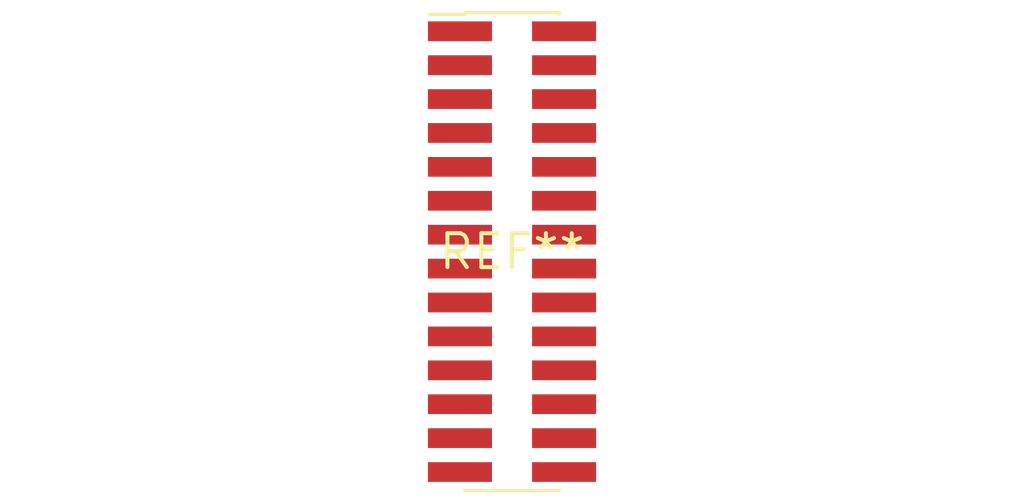
<source format=kicad_pcb>
(kicad_pcb (version 20240108) (generator pcbnew)
  (layers (0 "F.Cu" signal) (31 "B.Cu" signal) (34 "B.Paste" user) (35 "F.Paste" user) (36 "B.SilkS" user "B.Silkscreen") (37 "F.SilkS" user "F.Silkscreen") (38 "B.Mask" user) (39 "F.Mask" user) (44 "Edge.Cuts" user))
  (net 0 "")
  (footprint "PinHeader_2x14_P1.27mm_Vertical_SMD" (layer "F.Cu") (at 0 0)
    (property "Reference" "REF**")
    (property "Value" "PinHeader_2x14_P1.27mm_Vertical_SMD")
    (fp_line (start -3.09 -8.885) (end -1.765 -8.885) (layer "F.SilkS") (stroke (width 0.12)))
    (fp_line (start -1.765 -8.95) (end -1.765 -8.885) (layer "F.SilkS") (stroke (width 0.12)))
    (fp_line (start -1.765 -8.95) (end 1.765 -8.95) (layer "F.SilkS") (stroke (width 0.12)))
    (fp_line (start -1.765 8.885) (end -1.765 8.95) (layer "F.SilkS") (stroke (width 0.12)))
    (fp_line (start -1.765 8.95) (end 1.765 8.95) (layer "F.SilkS") (stroke (width 0.12)))
    (fp_line (start 1.765 -8.95) (end 1.765 -8.885) (layer "F.SilkS") (stroke (width 0.12)))
    (fp_line (start 1.765 8.885) (end 1.765 8.95) (layer "F.SilkS") (stroke (width 0.12)))
    (pad "1" smd rect (at -1.95 -8.255) (size 2.4 0.74) (layers "F.Cu" "F.Paste" "F.Mask"))
    (pad "2" smd rect (at 1.95 -8.255) (size 2.4 0.74) (layers "F.Cu" "F.Paste" "F.Mask"))
    (pad "3" smd rect (at -1.95 -6.985) (size 2.4 0.74) (layers "F.Cu" "F.Paste" "F.Mask"))
    (pad "4" smd rect (at 1.95 -6.985) (size 2.4 0.74) (layers "F.Cu" "F.Paste" "F.Mask"))
    (pad "5" smd rect (at -1.95 -5.715) (size 2.4 0.74) (layers "F.Cu" "F.Paste" "F.Mask"))
    (pad "6" smd rect (at 1.95 -5.715) (size 2.4 0.74) (layers "F.Cu" "F.Paste" "F.Mask"))
    (pad "7" smd rect (at -1.95 -4.445) (size 2.4 0.74) (layers "F.Cu" "F.Paste" "F.Mask"))
    (pad "8" smd rect (at 1.95 -4.445) (size 2.4 0.74) (layers "F.Cu" "F.Paste" "F.Mask"))
    (pad "9" smd rect (at -1.95 -3.175) (size 2.4 0.74) (layers "F.Cu" "F.Paste" "F.Mask"))
    (pad "10" smd rect (at 1.95 -3.175) (size 2.4 0.74) (layers "F.Cu" "F.Paste" "F.Mask"))
    (pad "11" smd rect (at -1.95 -1.905) (size 2.4 0.74) (layers "F.Cu" "F.Paste" "F.Mask"))
    (pad "12" smd rect (at 1.95 -1.905) (size 2.4 0.74) (layers "F.Cu" "F.Paste" "F.Mask"))
    (pad "13" smd rect (at -1.95 -0.635) (size 2.4 0.74) (layers "F.Cu" "F.Paste" "F.Mask"))
    (pad "14" smd rect (at 1.95 -0.635) (size 2.4 0.74) (layers "F.Cu" "F.Paste" "F.Mask"))
    (pad "15" smd rect (at -1.95 0.635) (size 2.4 0.74) (layers "F.Cu" "F.Paste" "F.Mask"))
    (pad "16" smd rect (at 1.95 0.635) (size 2.4 0.74) (layers "F.Cu" "F.Paste" "F.Mask"))
    (pad "17" smd rect (at -1.95 1.905) (size 2.4 0.74) (layers "F.Cu" "F.Paste" "F.Mask"))
    (pad "18" smd rect (at 1.95 1.905) (size 2.4 0.74) (layers "F.Cu" "F.Paste" "F.Mask"))
    (pad "19" smd rect (at -1.95 3.175) (size 2.4 0.74) (layers "F.Cu" "F.Paste" "F.Mask"))
    (pad "20" smd rect (at 1.95 3.175) (size 2.4 0.74) (layers "F.Cu" "F.Paste" "F.Mask"))
    (pad "21" smd rect (at -1.95 4.445) (size 2.4 0.74) (layers "F.Cu" "F.Paste" "F.Mask"))
    (pad "22" smd rect (at 1.95 4.445) (size 2.4 0.74) (layers "F.Cu" "F.Paste" "F.Mask"))
    (pad "23" smd rect (at -1.95 5.715) (size 2.4 0.74) (layers "F.Cu" "F.Paste" "F.Mask"))
    (pad "24" smd rect (at 1.95 5.715) (size 2.4 0.74) (layers "F.Cu" "F.Paste" "F.Mask"))
    (pad "25" smd rect (at -1.95 6.985) (size 2.4 0.74) (layers "F.Cu" "F.Paste" "F.Mask"))
    (pad "26" smd rect (at 1.95 6.985) (size 2.4 0.74) (layers "F.Cu" "F.Paste" "F.Mask"))
    (pad "27" smd rect (at -1.95 8.255) (size 2.4 0.74) (layers "F.Cu" "F.Paste" "F.Mask"))
    (pad "28" smd rect (at 1.95 8.255) (size 2.4 0.74) (layers "F.Cu" "F.Paste" "F.Mask"))
  )
)
</source>
